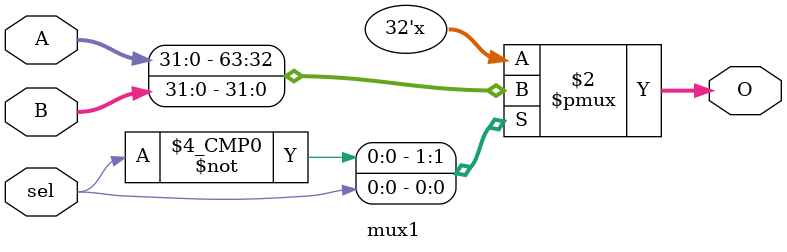
<source format=sv>
module mux1 (A, B,sel,O);
input  sel; 
input [31:0] A, B;
output logic [31:0] O;
always @(sel or A or B)
      case(sel)
      1'b0: O = A;
      1'b1: O = B;
      default: O = 0;
      endcase
 
endmodule

</source>
